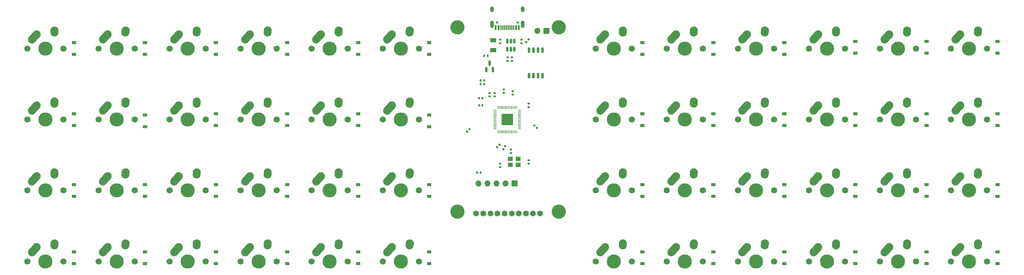
<source format=gbr>
%TF.GenerationSoftware,KiCad,Pcbnew,(6.0.7)*%
%TF.CreationDate,2022-08-23T18:51:20+01:00*%
%TF.ProjectId,ortho40,6f727468-6f34-4302-9e6b-696361645f70,rev?*%
%TF.SameCoordinates,Original*%
%TF.FileFunction,Soldermask,Bot*%
%TF.FilePolarity,Negative*%
%FSLAX46Y46*%
G04 Gerber Fmt 4.6, Leading zero omitted, Abs format (unit mm)*
G04 Created by KiCad (PCBNEW (6.0.7)) date 2022-08-23 18:51:20*
%MOMM*%
%LPD*%
G01*
G04 APERTURE LIST*
G04 Aperture macros list*
%AMRoundRect*
0 Rectangle with rounded corners*
0 $1 Rounding radius*
0 $2 $3 $4 $5 $6 $7 $8 $9 X,Y pos of 4 corners*
0 Add a 4 corners polygon primitive as box body*
4,1,4,$2,$3,$4,$5,$6,$7,$8,$9,$2,$3,0*
0 Add four circle primitives for the rounded corners*
1,1,$1+$1,$2,$3*
1,1,$1+$1,$4,$5*
1,1,$1+$1,$6,$7*
1,1,$1+$1,$8,$9*
0 Add four rect primitives between the rounded corners*
20,1,$1+$1,$2,$3,$4,$5,0*
20,1,$1+$1,$4,$5,$6,$7,0*
20,1,$1+$1,$6,$7,$8,$9,0*
20,1,$1+$1,$8,$9,$2,$3,0*%
%AMHorizOval*
0 Thick line with rounded ends*
0 $1 width*
0 $2 $3 position (X,Y) of the first rounded end (center of the circle)*
0 $4 $5 position (X,Y) of the second rounded end (center of the circle)*
0 Add line between two ends*
20,1,$1,$2,$3,$4,$5,0*
0 Add two circle primitives to create the rounded ends*
1,1,$1,$2,$3*
1,1,$1,$4,$5*%
G04 Aperture macros list end*
%ADD10C,1.650000*%
%ADD11C,4.000000*%
%ADD12HorizOval,2.250000X0.020000X0.290000X-0.020000X-0.290000X0*%
%ADD13C,2.250000*%
%ADD14HorizOval,2.250000X0.655001X0.730000X-0.655001X-0.730000X0*%
%ADD15C,3.987800*%
%ADD16C,1.750000*%
%ADD17R,1.700000X1.700000*%
%ADD18O,1.700000X1.700000*%
%ADD19R,1.200000X0.900000*%
%ADD20RoundRect,0.140000X0.170000X-0.140000X0.170000X0.140000X-0.170000X0.140000X-0.170000X-0.140000X0*%
%ADD21RoundRect,0.140000X0.140000X0.170000X-0.140000X0.170000X-0.140000X-0.170000X0.140000X-0.170000X0*%
%ADD22RoundRect,0.250000X-0.625000X0.375000X-0.625000X-0.375000X0.625000X-0.375000X0.625000X0.375000X0*%
%ADD23RoundRect,0.135000X0.185000X-0.135000X0.185000X0.135000X-0.185000X0.135000X-0.185000X-0.135000X0*%
%ADD24R,1.400000X1.200000*%
%ADD25RoundRect,0.135000X-0.035355X0.226274X-0.226274X0.035355X0.035355X-0.226274X0.226274X-0.035355X0*%
%ADD26RoundRect,0.150000X0.150000X-0.587500X0.150000X0.587500X-0.150000X0.587500X-0.150000X-0.587500X0*%
%ADD27RoundRect,0.135000X0.135000X0.185000X-0.135000X0.185000X-0.135000X-0.185000X0.135000X-0.185000X0*%
%ADD28RoundRect,0.140000X-0.021213X0.219203X-0.219203X0.021213X0.021213X-0.219203X0.219203X-0.021213X0*%
%ADD29RoundRect,0.144000X1.456000X1.456000X-1.456000X1.456000X-1.456000X-1.456000X1.456000X-1.456000X0*%
%ADD30RoundRect,0.050000X0.050000X0.387500X-0.050000X0.387500X-0.050000X-0.387500X0.050000X-0.387500X0*%
%ADD31RoundRect,0.050000X0.387500X0.050000X-0.387500X0.050000X-0.387500X-0.050000X0.387500X-0.050000X0*%
%ADD32RoundRect,0.135000X-0.185000X0.135000X-0.185000X-0.135000X0.185000X-0.135000X0.185000X0.135000X0*%
%ADD33RoundRect,0.140000X-0.140000X-0.170000X0.140000X-0.170000X0.140000X0.170000X-0.140000X0.170000X0*%
%ADD34RoundRect,0.140000X-0.170000X0.140000X-0.170000X-0.140000X0.170000X-0.140000X0.170000X0.140000X0*%
%ADD35RoundRect,0.150000X0.150000X-0.512500X0.150000X0.512500X-0.150000X0.512500X-0.150000X-0.512500X0*%
%ADD36RoundRect,0.140000X-0.219203X-0.021213X-0.021213X-0.219203X0.219203X0.021213X0.021213X0.219203X0*%
%ADD37O,1.000000X1.600000*%
%ADD38O,1.000000X2.100000*%
%ADD39R,0.600000X1.450000*%
%ADD40R,0.300000X1.450000*%
%ADD41C,0.650000*%
%ADD42RoundRect,0.140000X-0.077224X0.206244X-0.217224X-0.036244X0.077224X-0.206244X0.217224X0.036244X0*%
%ADD43RoundRect,0.150000X-0.150000X0.650000X-0.150000X-0.650000X0.150000X-0.650000X0.150000X0.650000X0*%
G04 APERTURE END LIST*
D10*
%TO.C,U5*%
X171250000Y-76500000D03*
X173250000Y-76500000D03*
X175250000Y-76500000D03*
X177250000Y-76500000D03*
X179250000Y-76500000D03*
X181250000Y-76500000D03*
X183250000Y-76500000D03*
X185250000Y-76500000D03*
X187250000Y-76500000D03*
X189250000Y-76500000D03*
D11*
X194500000Y-24000000D03*
X166000000Y-76000000D03*
X166000000Y-24000000D03*
X194500000Y-76000000D03*
%TD*%
D12*
%TO.C,MX27*%
X92520000Y-65210000D03*
D13*
X92540000Y-64920000D03*
D14*
X86845001Y-66730000D03*
D13*
X87500000Y-66000000D03*
D15*
X90000000Y-70000000D03*
D16*
X95080000Y-70000000D03*
X84920000Y-70000000D03*
%TD*%
D13*
%TO.C,MX41*%
X132540000Y-84920000D03*
D12*
X132520000Y-85210000D03*
D13*
X127500000Y-86000000D03*
D14*
X126845001Y-86730000D03*
D16*
X124920000Y-90000000D03*
X135080000Y-90000000D03*
D15*
X130000000Y-90000000D03*
%TD*%
D13*
%TO.C,MX24*%
X312540000Y-44920000D03*
D12*
X312520000Y-45210000D03*
D13*
X307500000Y-46000000D03*
D14*
X306845001Y-46730000D03*
D15*
X310000000Y-50000000D03*
D16*
X315080000Y-50000000D03*
X304920000Y-50000000D03*
%TD*%
D13*
%TO.C,MX48*%
X312540000Y-84920000D03*
D12*
X312520000Y-85210000D03*
D14*
X306845001Y-86730000D03*
D13*
X307500000Y-86000000D03*
D16*
X304920000Y-90000000D03*
D15*
X310000000Y-90000000D03*
D16*
X315080000Y-90000000D03*
%TD*%
D13*
%TO.C,MX36*%
X312540000Y-64920000D03*
D12*
X312520000Y-65210000D03*
D14*
X306845001Y-66730000D03*
D13*
X307500000Y-66000000D03*
D16*
X315080000Y-70000000D03*
D15*
X310000000Y-70000000D03*
D16*
X304920000Y-70000000D03*
%TD*%
D13*
%TO.C,MX11*%
X292540000Y-24920000D03*
D12*
X292520000Y-25210000D03*
D13*
X287500000Y-26000000D03*
D14*
X286845001Y-26730000D03*
D15*
X290000000Y-30000000D03*
D16*
X295080000Y-30000000D03*
X284920000Y-30000000D03*
%TD*%
D12*
%TO.C,MX7*%
X212520000Y-25210000D03*
D13*
X212540000Y-24920000D03*
X207500000Y-26000000D03*
D14*
X206845001Y-26730000D03*
D16*
X215080000Y-30000000D03*
X204920000Y-30000000D03*
D15*
X210000000Y-30000000D03*
%TD*%
D13*
%TO.C,MX29*%
X132540000Y-64920000D03*
D12*
X132520000Y-65210000D03*
D13*
X127500000Y-66000000D03*
D14*
X126845001Y-66730000D03*
D16*
X124920000Y-70000000D03*
D15*
X130000000Y-70000000D03*
D16*
X135080000Y-70000000D03*
%TD*%
D12*
%TO.C,MX14*%
X72520000Y-45210000D03*
D13*
X72540000Y-44920000D03*
D14*
X66845001Y-46730000D03*
D13*
X67500000Y-46000000D03*
D15*
X70000000Y-50000000D03*
D16*
X75080000Y-50000000D03*
X64920000Y-50000000D03*
%TD*%
D13*
%TO.C,MX43*%
X212540000Y-84920000D03*
D12*
X212520000Y-85210000D03*
D14*
X206845001Y-86730000D03*
D13*
X207500000Y-86000000D03*
D15*
X210000000Y-90000000D03*
D16*
X215080000Y-90000000D03*
X204920000Y-90000000D03*
%TD*%
D12*
%TO.C,MX4*%
X112520000Y-25210000D03*
D13*
X112540000Y-24920000D03*
D14*
X106845001Y-26730000D03*
D13*
X107500000Y-26000000D03*
D15*
X110000000Y-30000000D03*
D16*
X115080000Y-30000000D03*
X104920000Y-30000000D03*
%TD*%
D13*
%TO.C,MX25*%
X52540000Y-64920000D03*
D12*
X52520000Y-65210000D03*
D14*
X46845001Y-66730000D03*
D13*
X47500000Y-66000000D03*
D16*
X55080000Y-70000000D03*
X44920000Y-70000000D03*
D15*
X50000000Y-70000000D03*
%TD*%
D13*
%TO.C,MX45*%
X252540000Y-84920000D03*
D12*
X252520000Y-85210000D03*
D13*
X247500000Y-86000000D03*
D14*
X246845001Y-86730000D03*
D15*
X250000000Y-90000000D03*
D16*
X255080000Y-90000000D03*
X244920000Y-90000000D03*
%TD*%
D12*
%TO.C,MX23*%
X292520000Y-45210000D03*
D13*
X292540000Y-44920000D03*
D14*
X286845001Y-46730000D03*
D13*
X287500000Y-46000000D03*
D15*
X290000000Y-50000000D03*
D16*
X295080000Y-50000000D03*
X284920000Y-50000000D03*
%TD*%
D12*
%TO.C,MX32*%
X232520000Y-65210000D03*
D13*
X232540000Y-64920000D03*
D14*
X226845001Y-66730000D03*
D13*
X227500000Y-66000000D03*
D16*
X224920000Y-70000000D03*
X235080000Y-70000000D03*
D15*
X230000000Y-70000000D03*
%TD*%
D13*
%TO.C,MX3*%
X92540000Y-24920000D03*
D12*
X92520000Y-25210000D03*
D13*
X87500000Y-26000000D03*
D14*
X86845001Y-26730000D03*
D15*
X90000000Y-30000000D03*
D16*
X84920000Y-30000000D03*
X95080000Y-30000000D03*
%TD*%
D13*
%TO.C,MX22*%
X272540000Y-44920000D03*
D12*
X272520000Y-45210000D03*
D13*
X267500000Y-46000000D03*
D14*
X266845001Y-46730000D03*
D16*
X264920000Y-50000000D03*
D15*
X270000000Y-50000000D03*
D16*
X275080000Y-50000000D03*
%TD*%
D12*
%TO.C,MX21*%
X252520000Y-45210000D03*
D13*
X252540000Y-44920000D03*
X247500000Y-46000000D03*
D14*
X246845001Y-46730000D03*
D15*
X250000000Y-50000000D03*
D16*
X255080000Y-50000000D03*
X244920000Y-50000000D03*
%TD*%
D12*
%TO.C,MX8*%
X232520000Y-25210000D03*
D13*
X232540000Y-24920000D03*
D14*
X226845001Y-26730000D03*
D13*
X227500000Y-26000000D03*
D15*
X230000000Y-30000000D03*
D16*
X235080000Y-30000000D03*
X224920000Y-30000000D03*
%TD*%
D12*
%TO.C,MX44*%
X232520000Y-85210000D03*
D13*
X232540000Y-84920000D03*
X227500000Y-86000000D03*
D14*
X226845001Y-86730000D03*
D16*
X224920000Y-90000000D03*
D15*
X230000000Y-90000000D03*
D16*
X235080000Y-90000000D03*
%TD*%
D12*
%TO.C,MX40*%
X112520000Y-85210000D03*
D13*
X112540000Y-84920000D03*
D14*
X106845001Y-86730000D03*
D13*
X107500000Y-86000000D03*
D16*
X115080000Y-90000000D03*
D15*
X110000000Y-90000000D03*
D16*
X104920000Y-90000000D03*
%TD*%
D13*
%TO.C,MX39*%
X92540000Y-84920000D03*
D12*
X92520000Y-85210000D03*
D14*
X86845001Y-86730000D03*
D13*
X87500000Y-86000000D03*
D16*
X84920000Y-90000000D03*
X95080000Y-90000000D03*
D15*
X90000000Y-90000000D03*
%TD*%
D17*
%TO.C,SW1*%
X191000000Y-25000000D03*
D18*
X188460000Y-25000000D03*
%TD*%
D12*
%TO.C,MX38*%
X72520000Y-85210000D03*
D13*
X72540000Y-84920000D03*
X67500000Y-86000000D03*
D14*
X66845001Y-86730000D03*
D16*
X75080000Y-90000000D03*
D15*
X70000000Y-90000000D03*
D16*
X64920000Y-90000000D03*
%TD*%
D13*
%TO.C,MX18*%
X152540000Y-44920000D03*
D12*
X152520000Y-45210000D03*
D13*
X147500000Y-46000000D03*
D14*
X146845001Y-46730000D03*
D16*
X144920000Y-50000000D03*
X155080000Y-50000000D03*
D15*
X150000000Y-50000000D03*
%TD*%
D12*
%TO.C,MX28*%
X112520000Y-65210000D03*
D13*
X112540000Y-64920000D03*
D14*
X106845001Y-66730000D03*
D13*
X107500000Y-66000000D03*
D16*
X115080000Y-70000000D03*
X104920000Y-70000000D03*
D15*
X110000000Y-70000000D03*
%TD*%
D13*
%TO.C,MX31*%
X212540000Y-64920000D03*
D12*
X212520000Y-65210000D03*
D13*
X207500000Y-66000000D03*
D14*
X206845001Y-66730000D03*
D15*
X210000000Y-70000000D03*
D16*
X215080000Y-70000000D03*
X204920000Y-70000000D03*
%TD*%
D12*
%TO.C,MX1*%
X52520000Y-25210000D03*
D13*
X52540000Y-24920000D03*
D14*
X46845001Y-26730000D03*
D13*
X47500000Y-26000000D03*
D16*
X44920000Y-30000000D03*
X55080000Y-30000000D03*
D15*
X50000000Y-30000000D03*
%TD*%
D13*
%TO.C,MX26*%
X72540000Y-64920000D03*
D12*
X72520000Y-65210000D03*
D13*
X67500000Y-66000000D03*
D14*
X66845001Y-66730000D03*
D16*
X75080000Y-70000000D03*
D15*
X70000000Y-70000000D03*
D16*
X64920000Y-70000000D03*
%TD*%
D13*
%TO.C,MX13*%
X52540000Y-44920000D03*
D12*
X52520000Y-45210000D03*
D14*
X46845001Y-46730000D03*
D13*
X47500000Y-46000000D03*
D16*
X55080000Y-50000000D03*
X44920000Y-50000000D03*
D15*
X50000000Y-50000000D03*
%TD*%
D12*
%TO.C,MX9*%
X252520000Y-25210000D03*
D13*
X252540000Y-24920000D03*
D14*
X246845001Y-26730000D03*
D13*
X247500000Y-26000000D03*
D16*
X255080000Y-30000000D03*
D15*
X250000000Y-30000000D03*
D16*
X244920000Y-30000000D03*
%TD*%
D13*
%TO.C,MX46*%
X272540000Y-84920000D03*
D12*
X272520000Y-85210000D03*
D13*
X267500000Y-86000000D03*
D14*
X266845001Y-86730000D03*
D15*
X270000000Y-90000000D03*
D16*
X264920000Y-90000000D03*
X275080000Y-90000000D03*
%TD*%
D12*
%TO.C,MX17*%
X132520000Y-45210000D03*
D13*
X132540000Y-44920000D03*
X127500000Y-46000000D03*
D14*
X126845001Y-46730000D03*
D16*
X135080000Y-50000000D03*
X124920000Y-50000000D03*
D15*
X130000000Y-50000000D03*
%TD*%
D13*
%TO.C,MX10*%
X272540000Y-24920000D03*
D12*
X272520000Y-25210000D03*
D14*
X266845001Y-26730000D03*
D13*
X267500000Y-26000000D03*
D15*
X270000000Y-30000000D03*
D16*
X264920000Y-30000000D03*
X275080000Y-30000000D03*
%TD*%
D13*
%TO.C,MX30*%
X152540000Y-64920000D03*
D12*
X152520000Y-65210000D03*
D13*
X147500000Y-66000000D03*
D14*
X146845001Y-66730000D03*
D16*
X155080000Y-70000000D03*
X144920000Y-70000000D03*
D15*
X150000000Y-70000000D03*
%TD*%
D13*
%TO.C,MX6*%
X152540000Y-24920000D03*
D12*
X152520000Y-25210000D03*
D13*
X147500000Y-26000000D03*
D14*
X146845001Y-26730000D03*
D16*
X144920000Y-30000000D03*
X155080000Y-30000000D03*
D15*
X150000000Y-30000000D03*
%TD*%
D12*
%TO.C,MX35*%
X292520000Y-65210000D03*
D13*
X292540000Y-64920000D03*
D14*
X286845001Y-66730000D03*
D13*
X287500000Y-66000000D03*
D16*
X295080000Y-70000000D03*
D15*
X290000000Y-70000000D03*
D16*
X284920000Y-70000000D03*
%TD*%
D13*
%TO.C,MX20*%
X232540000Y-44920000D03*
D12*
X232520000Y-45210000D03*
D14*
X226845001Y-46730000D03*
D13*
X227500000Y-46000000D03*
D16*
X235080000Y-50000000D03*
X224920000Y-50000000D03*
D15*
X230000000Y-50000000D03*
%TD*%
D13*
%TO.C,MX33*%
X252540000Y-64920000D03*
D12*
X252520000Y-65210000D03*
D13*
X247500000Y-66000000D03*
D14*
X246845001Y-66730000D03*
D16*
X255080000Y-70000000D03*
X244920000Y-70000000D03*
D15*
X250000000Y-70000000D03*
%TD*%
D12*
%TO.C,MX15*%
X92520000Y-45210000D03*
D13*
X92540000Y-44920000D03*
D14*
X86845001Y-46730000D03*
D13*
X87500000Y-46000000D03*
D15*
X90000000Y-50000000D03*
D16*
X95080000Y-50000000D03*
X84920000Y-50000000D03*
%TD*%
D12*
%TO.C,MX37*%
X52520000Y-85210000D03*
D13*
X52540000Y-84920000D03*
X47500000Y-86000000D03*
D14*
X46845001Y-86730000D03*
D16*
X44920000Y-90000000D03*
X55080000Y-90000000D03*
D15*
X50000000Y-90000000D03*
%TD*%
D13*
%TO.C,MX34*%
X272540000Y-64920000D03*
D12*
X272520000Y-65210000D03*
D14*
X266845001Y-66730000D03*
D13*
X267500000Y-66000000D03*
D16*
X264920000Y-70000000D03*
X275080000Y-70000000D03*
D15*
X270000000Y-70000000D03*
%TD*%
D13*
%TO.C,MX2*%
X72540000Y-24920000D03*
D12*
X72520000Y-25210000D03*
D13*
X67500000Y-26000000D03*
D14*
X66845001Y-26730000D03*
D16*
X64920000Y-30000000D03*
D15*
X70000000Y-30000000D03*
D16*
X75080000Y-30000000D03*
%TD*%
D13*
%TO.C,MX5*%
X132540000Y-24920000D03*
D12*
X132520000Y-25210000D03*
D14*
X126845001Y-26730000D03*
D13*
X127500000Y-26000000D03*
D16*
X124920000Y-30000000D03*
X135080000Y-30000000D03*
D15*
X130000000Y-30000000D03*
%TD*%
D13*
%TO.C,MX47*%
X292540000Y-84920000D03*
D12*
X292520000Y-85210000D03*
D13*
X287500000Y-86000000D03*
D14*
X286845001Y-86730000D03*
D16*
X284920000Y-90000000D03*
D15*
X290000000Y-90000000D03*
D16*
X295080000Y-90000000D03*
%TD*%
D13*
%TO.C,MX19*%
X212540000Y-44920000D03*
D12*
X212520000Y-45210000D03*
D13*
X207500000Y-46000000D03*
D14*
X206845001Y-46730000D03*
D16*
X215080000Y-50000000D03*
D15*
X210000000Y-50000000D03*
D16*
X204920000Y-50000000D03*
%TD*%
D12*
%TO.C,MX16*%
X112520000Y-45210000D03*
D13*
X112540000Y-44920000D03*
D14*
X106845001Y-46730000D03*
D13*
X107500000Y-46000000D03*
D16*
X104920000Y-50000000D03*
X115080000Y-50000000D03*
D15*
X110000000Y-50000000D03*
%TD*%
D12*
%TO.C,MX12*%
X312520000Y-25210000D03*
D13*
X312540000Y-24920000D03*
X307500000Y-26000000D03*
D14*
X306845001Y-26730000D03*
D15*
X310000000Y-30000000D03*
D16*
X315080000Y-30000000D03*
X304920000Y-30000000D03*
%TD*%
D13*
%TO.C,MX42*%
X152540000Y-84920000D03*
D12*
X152520000Y-85210000D03*
D14*
X146845001Y-86730000D03*
D13*
X147500000Y-86000000D03*
D16*
X155080000Y-90000000D03*
X144920000Y-90000000D03*
D15*
X150000000Y-90000000D03*
%TD*%
D19*
%TO.C,D6*%
X218000000Y-31650000D03*
X218000000Y-28350000D03*
%TD*%
%TO.C,D39*%
X78000000Y-90650000D03*
X78000000Y-87350000D03*
%TD*%
D20*
%TO.C,C14*%
X186000000Y-46480000D03*
X186000000Y-45520000D03*
%TD*%
%TO.C,C6*%
X176455282Y-43500759D03*
X176455282Y-42540759D03*
%TD*%
D19*
%TO.C,D21*%
X158000000Y-52000000D03*
X158000000Y-48700000D03*
%TD*%
%TO.C,D16*%
X118000000Y-51650000D03*
X118000000Y-48350000D03*
%TD*%
%TO.C,D22*%
X238000000Y-51650000D03*
X238000000Y-48350000D03*
%TD*%
D21*
%TO.C,C2*%
X174480000Y-32000000D03*
X173520000Y-32000000D03*
%TD*%
D22*
%TO.C,F1*%
X176000000Y-27600000D03*
X176000000Y-30400000D03*
%TD*%
D19*
%TO.C,D23*%
X278000000Y-51650000D03*
X278000000Y-48350000D03*
%TD*%
D23*
%TO.C,R2*%
X181324156Y-33460671D03*
X181324156Y-32440671D03*
%TD*%
D24*
%TO.C,Y1*%
X180900000Y-61100000D03*
X183100000Y-61100000D03*
X183100000Y-62800000D03*
X180900000Y-62800000D03*
%TD*%
D19*
%TO.C,D31*%
X258000000Y-71650000D03*
X258000000Y-68350000D03*
%TD*%
%TO.C,D18*%
X218000000Y-51650000D03*
X218000000Y-48350000D03*
%TD*%
D25*
%TO.C,R6*%
X186034799Y-27394231D03*
X185313551Y-28115479D03*
%TD*%
D20*
%TO.C,C5*%
X181500000Y-42980000D03*
X181500000Y-42020000D03*
%TD*%
D21*
%TO.C,C8*%
X172999309Y-43964820D03*
X172039309Y-43964820D03*
%TD*%
D19*
%TO.C,D2*%
X98000000Y-31650000D03*
X98000000Y-28350000D03*
%TD*%
%TO.C,D46*%
X238000000Y-90650000D03*
X238000000Y-87350000D03*
%TD*%
D26*
%TO.C,U2*%
X175950000Y-35937500D03*
X174050000Y-35937500D03*
X175000000Y-34062500D03*
%TD*%
D20*
%TO.C,C16*%
X178000000Y-63430000D03*
X178000000Y-62470000D03*
%TD*%
D19*
%TO.C,D41*%
X138000000Y-90650000D03*
X138000000Y-87350000D03*
%TD*%
%TO.C,D11*%
X278000000Y-31300000D03*
X278000000Y-28000000D03*
%TD*%
%TO.C,D7*%
X258000000Y-31650000D03*
X258000000Y-28350000D03*
%TD*%
%TO.C,D10*%
X238000000Y-31650000D03*
X238000000Y-28350000D03*
%TD*%
D27*
%TO.C,R1*%
X172510000Y-65000000D03*
X171490000Y-65000000D03*
%TD*%
D19*
%TO.C,D14*%
X98000000Y-51650000D03*
X98000000Y-48350000D03*
%TD*%
%TO.C,D17*%
X138000000Y-51650000D03*
X138000000Y-48350000D03*
%TD*%
%TO.C,D27*%
X78000000Y-71650000D03*
X78000000Y-68350000D03*
%TD*%
D28*
%TO.C,C4*%
X177835429Y-57132795D03*
X177156607Y-57811617D03*
%TD*%
D19*
%TO.C,D32*%
X298000000Y-71650000D03*
X298000000Y-68350000D03*
%TD*%
%TO.C,D42*%
X218000000Y-90650000D03*
X218000000Y-87350000D03*
%TD*%
%TO.C,D1*%
X58000000Y-31650000D03*
X58000000Y-28350000D03*
%TD*%
%TO.C,D36*%
X318000000Y-71650000D03*
X318000000Y-68350000D03*
%TD*%
D29*
%TO.C,U1*%
X180000000Y-50000000D03*
D30*
X182600000Y-46562500D03*
X182200000Y-46562500D03*
X181800000Y-46562500D03*
X181400000Y-46562500D03*
X181000000Y-46562500D03*
X180600000Y-46562500D03*
X180200000Y-46562500D03*
X179800000Y-46562500D03*
X179400000Y-46562500D03*
X179000000Y-46562500D03*
X178600000Y-46562500D03*
X178200000Y-46562500D03*
X177800000Y-46562500D03*
X177400000Y-46562500D03*
D31*
X176562500Y-47400000D03*
X176562500Y-47800000D03*
X176562500Y-48200000D03*
X176562500Y-48600000D03*
X176562500Y-49000000D03*
X176562500Y-49400000D03*
X176562500Y-49800000D03*
X176562500Y-50200000D03*
X176562500Y-50600000D03*
X176562500Y-51000000D03*
X176562500Y-51400000D03*
X176562500Y-51800000D03*
X176562500Y-52200000D03*
X176562500Y-52600000D03*
D30*
X177400000Y-53437500D03*
X177800000Y-53437500D03*
X178200000Y-53437500D03*
X178600000Y-53437500D03*
X179000000Y-53437500D03*
X179400000Y-53437500D03*
X179800000Y-53437500D03*
X180200000Y-53437500D03*
X180600000Y-53437500D03*
X181000000Y-53437500D03*
X181400000Y-53437500D03*
X181800000Y-53437500D03*
X182200000Y-53437500D03*
X182600000Y-53437500D03*
D31*
X183437500Y-52600000D03*
X183437500Y-52200000D03*
X183437500Y-51800000D03*
X183437500Y-51400000D03*
X183437500Y-51000000D03*
X183437500Y-50600000D03*
X183437500Y-50200000D03*
X183437500Y-49800000D03*
X183437500Y-49400000D03*
X183437500Y-49000000D03*
X183437500Y-48600000D03*
X183437500Y-48200000D03*
X183437500Y-47800000D03*
X183437500Y-47400000D03*
%TD*%
D32*
%TO.C,R4*%
X178000000Y-27490000D03*
X178000000Y-28510000D03*
%TD*%
D19*
%TO.C,D12*%
X318000000Y-31250000D03*
X318000000Y-27950000D03*
%TD*%
D20*
%TO.C,C7*%
X179000000Y-42480000D03*
X179000000Y-41520000D03*
%TD*%
D19*
%TO.C,D40*%
X118000000Y-90650000D03*
X118000000Y-87350000D03*
%TD*%
D32*
%TO.C,R5*%
X184000000Y-27490000D03*
X184000000Y-28510000D03*
%TD*%
D28*
%TO.C,C13*%
X169339411Y-52660589D03*
X168660589Y-53339411D03*
%TD*%
D19*
%TO.C,D25*%
X58000000Y-71650000D03*
X58000000Y-68350000D03*
%TD*%
D17*
%TO.C,J1*%
X182050000Y-68050000D03*
D18*
X179510000Y-68050000D03*
X176970000Y-68050000D03*
X174430000Y-68050000D03*
X171890000Y-68050000D03*
%TD*%
D21*
%TO.C,C10*%
X172999309Y-45964820D03*
X172039309Y-45964820D03*
%TD*%
D19*
%TO.C,D47*%
X278000000Y-90650000D03*
X278000000Y-87350000D03*
%TD*%
%TO.C,D30*%
X218000000Y-71650000D03*
X218000000Y-68350000D03*
%TD*%
%TO.C,D15*%
X78000000Y-52000000D03*
X78000000Y-48700000D03*
%TD*%
%TO.C,D26*%
X98000000Y-71650000D03*
X98000000Y-68350000D03*
%TD*%
%TO.C,D43*%
X258000000Y-90650000D03*
X258000000Y-87350000D03*
%TD*%
D33*
%TO.C,C3*%
X172520000Y-40000000D03*
X173480000Y-40000000D03*
%TD*%
D19*
%TO.C,D4*%
X118000000Y-31650000D03*
X118000000Y-28350000D03*
%TD*%
%TO.C,D19*%
X258000000Y-51650000D03*
X258000000Y-48350000D03*
%TD*%
D34*
%TO.C,C15*%
X186000000Y-61470000D03*
X186000000Y-62430000D03*
%TD*%
D19*
%TO.C,D8*%
X298000000Y-31300000D03*
X298000000Y-28000000D03*
%TD*%
%TO.C,D33*%
X158000000Y-71650000D03*
X158000000Y-68350000D03*
%TD*%
D33*
%TO.C,C12*%
X172520000Y-38985000D03*
X173480000Y-38985000D03*
%TD*%
D35*
%TO.C,U4*%
X181950000Y-30137500D03*
X181000000Y-30137500D03*
X180050000Y-30137500D03*
X180050000Y-27862500D03*
X181000000Y-27862500D03*
X181950000Y-27862500D03*
%TD*%
D32*
%TO.C,R7*%
X181000000Y-58440000D03*
X181000000Y-59460000D03*
%TD*%
D19*
%TO.C,D44*%
X298000000Y-90650000D03*
X298000000Y-87350000D03*
%TD*%
%TO.C,D35*%
X278000000Y-71650000D03*
X278000000Y-68350000D03*
%TD*%
%TO.C,D38*%
X98000000Y-90650000D03*
X98000000Y-87350000D03*
%TD*%
%TO.C,D13*%
X58000000Y-51650000D03*
X58000000Y-48350000D03*
%TD*%
%TO.C,D3*%
X78000000Y-31650000D03*
X78000000Y-28350000D03*
%TD*%
%TO.C,D24*%
X318000000Y-51650000D03*
X318000000Y-48350000D03*
%TD*%
%TO.C,D34*%
X238000000Y-71650000D03*
X238000000Y-68350000D03*
%TD*%
%TO.C,D29*%
X138000000Y-71650000D03*
X138000000Y-68350000D03*
%TD*%
D20*
%TO.C,C9*%
X175000000Y-43480000D03*
X175000000Y-42520000D03*
%TD*%
D19*
%TO.C,D9*%
X158000000Y-31650000D03*
X158000000Y-28350000D03*
%TD*%
%TO.C,D48*%
X318000000Y-90650000D03*
X318000000Y-87350000D03*
%TD*%
%TO.C,D20*%
X298000000Y-51650000D03*
X298000000Y-48350000D03*
%TD*%
D36*
%TO.C,C11*%
X187660589Y-51660589D03*
X188339411Y-52339411D03*
%TD*%
D19*
%TO.C,D28*%
X118000000Y-71650000D03*
X118000000Y-68350000D03*
%TD*%
%TO.C,D5*%
X138000000Y-31650000D03*
X138000000Y-28350000D03*
%TD*%
D37*
%TO.C,J2*%
X175680000Y-18950000D03*
X184320000Y-18950000D03*
D38*
X184320000Y-23130000D03*
X175680000Y-23130000D03*
D39*
X176750000Y-24045000D03*
X177550000Y-24045000D03*
D40*
X178250000Y-24045000D03*
X179250000Y-24045000D03*
X180750000Y-24045000D03*
X181750000Y-24045000D03*
D39*
X182450000Y-24045000D03*
X183250000Y-24045000D03*
X183250000Y-24045000D03*
X182450000Y-24045000D03*
D40*
X181250000Y-24045000D03*
X180250000Y-24045000D03*
X179750000Y-24045000D03*
X178750000Y-24045000D03*
D39*
X177550000Y-24045000D03*
X176750000Y-24045000D03*
D41*
X177110000Y-22600000D03*
X182890000Y-22600000D03*
%TD*%
D19*
%TO.C,D45*%
X158000000Y-90650000D03*
X158000000Y-87350000D03*
%TD*%
D42*
%TO.C,C1*%
X179371503Y-57514574D03*
X178891503Y-58345958D03*
%TD*%
D19*
%TO.C,D37*%
X58000000Y-90650000D03*
X58000000Y-87350000D03*
%TD*%
D23*
%TO.C,R3*%
X180072022Y-33470344D03*
X180072022Y-32450344D03*
%TD*%
D43*
%TO.C,U3*%
X186095000Y-30400000D03*
X187365000Y-30400000D03*
X188635000Y-30400000D03*
X189905000Y-30400000D03*
X189905000Y-37600000D03*
X188635000Y-37600000D03*
X187365000Y-37600000D03*
X186095000Y-37600000D03*
%TD*%
M02*

</source>
